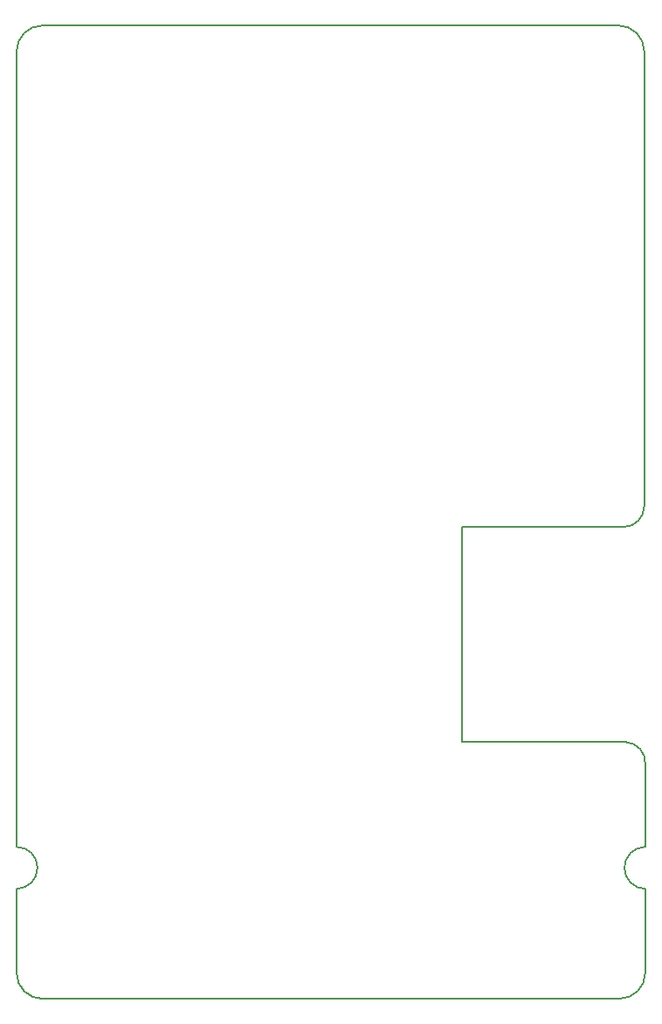
<source format=gbr>
G04 #@! TF.FileFunction,Profile,NP*
%FSLAX46Y46*%
G04 Gerber Fmt 4.6, Leading zero omitted, Abs format (unit mm)*
G04 Created by KiCad (PCBNEW 4.0.7) date 04/22/18 16:27:13*
%MOMM*%
%LPD*%
G01*
G04 APERTURE LIST*
%ADD10C,0.100000*%
%ADD11C,0.150000*%
G04 APERTURE END LIST*
D10*
D11*
X109855000Y-116433600D02*
X109855000Y-193471800D01*
X170713400Y-116408200D02*
X170713400Y-160426400D01*
X112395000Y-113868200D02*
X168275000Y-113868200D01*
X112395000Y-113868200D02*
G75*
G03X109855000Y-116408200I0J-2540000D01*
G01*
X170713400Y-116408200D02*
G75*
G03X168173400Y-113868200I-2540000J0D01*
G01*
X112369600Y-208203800D02*
X168376600Y-208203800D01*
X109855000Y-205689200D02*
G75*
G03X112369600Y-208203800I2514600J0D01*
G01*
X109855000Y-197535800D02*
X109855000Y-205765400D01*
X109880400Y-197535800D02*
G75*
G03X111887000Y-195478400I-25400J2032000D01*
G01*
X111887000Y-195503800D02*
G75*
G03X109855000Y-193471800I-2032000J0D01*
G01*
X168706800Y-162483800D02*
G75*
G03X170713400Y-160426400I-25400J2032000D01*
G01*
X153035000Y-162483800D02*
X168706800Y-162483800D01*
X153035000Y-183311800D02*
X153035000Y-162483800D01*
X168910000Y-183311800D02*
X153035000Y-183311800D01*
X170815000Y-185470800D02*
G75*
G03X168910000Y-183311800I-2032000J127000D01*
G01*
X170815000Y-193446400D02*
X170815000Y-185521600D01*
X170789600Y-193471800D02*
G75*
G03X168783000Y-195529200I25400J-2032000D01*
G01*
X168783000Y-195503800D02*
G75*
G03X170815000Y-197535800I2032000J0D01*
G01*
X170815000Y-205663800D02*
X170815000Y-197535800D01*
X168275000Y-208203800D02*
G75*
G03X170815000Y-205663800I0J2540000D01*
G01*
X112445800Y-208203800D02*
X168198800Y-208203800D01*
X109855000Y-205714600D02*
G75*
G03X112445800Y-208203800I2540000J50800D01*
G01*
M02*

</source>
